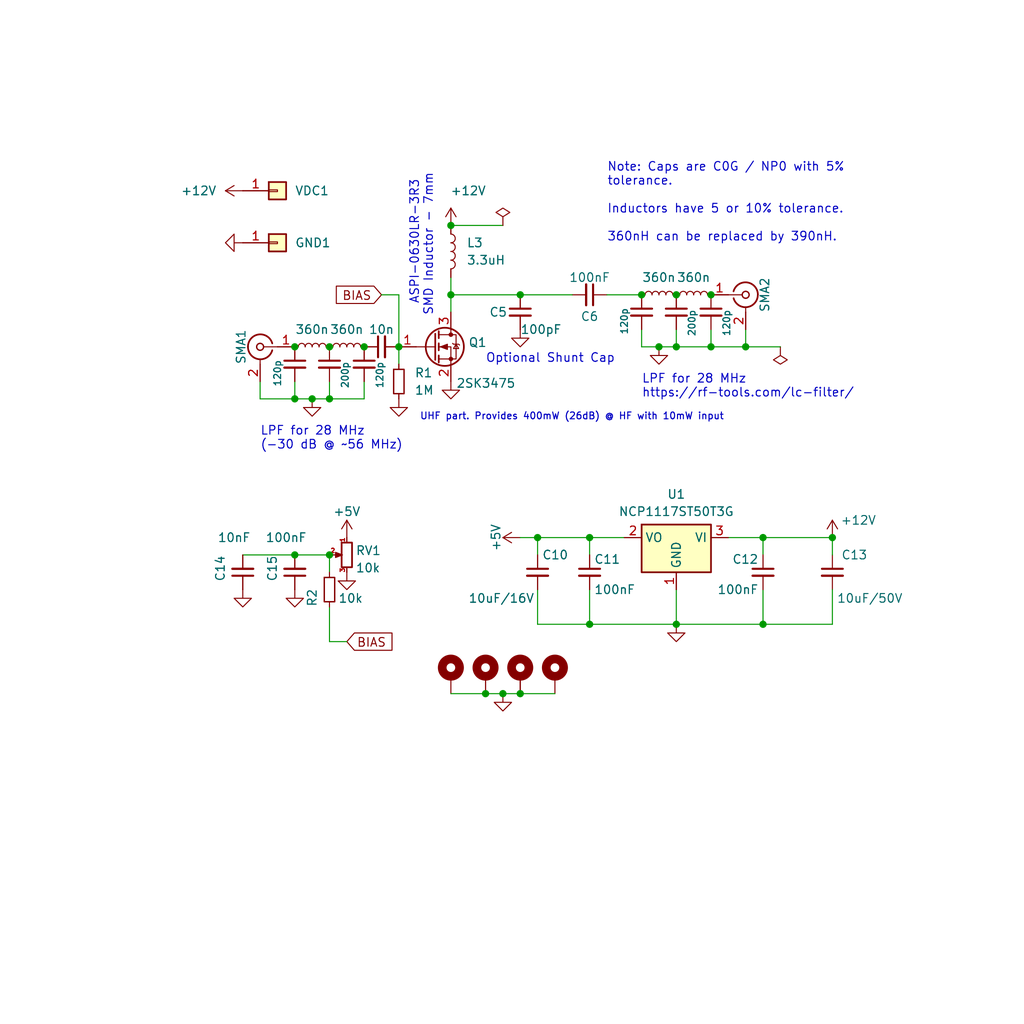
<source format=kicad_sch>
(kicad_sch (version 20230121) (generator eeschema)
  (paper "User" 150.012 150.012)
  (title_block (title "Clean 28 MHz amplified RF source") (date "2023-06-06") (company "Dhiru Kholia (VU3CER)"))
  (lib_symbols
    (symbol "Connector:Conn_Coaxial" (pin_names (offset 1.016) hide)
      (property "Reference" "J" (at 0.254 3.048 0))
      (property "Value" "Conn_Coaxial" (at 2.921 0 90))
      (symbol "Conn_Coaxial_0_1"
        (arc (start -1.778 -0.508) (mid 0.2311 -1.8066) (end 1.778 0) (stroke (width 0.254)))
        (polyline (pts (xy -2.54 0) (xy -0.508 0)))
        (polyline (pts (xy 0 -2.54) (xy 0 -1.778)))
        (circle (center 0 0) (radius 0.508) (stroke (width 0.2032)))
        (arc (start 1.778 0) (mid 0.2099 1.8101) (end -1.778 0.508) (stroke (width 0.254)))
      )
      (symbol "Conn_Coaxial_1_1"
        (pin passive line (at -5.08 0 0) (length 2.54) (name "In") (number "1"))
        (pin passive line (at 0 -5.08 90) (length 2.54) (name "Ext") (number "2"))
      )
    )
    (symbol "Connector_Generic:Conn_01x01" (pin_names (offset 1.016) hide)
      (property "Reference" "J" (at 0 2.54 0))
      (property "Value" "Conn_01x01" (at 0 -2.54 0))
      (symbol "Conn_01x01_1_1"
        (rectangle (start -1.27 0.127) (end 0 -0.127) (stroke (width 0.1524)))
        (rectangle (start -1.27 1.27) (end 1.27 -1.27) (stroke (width 0.254)) (fill (type background)))
        (pin passive line (at -5.08 0 0) (length 3.81) (name "Pin_1") (number "1"))
      )
    )
    (symbol "Device:C_Small" (pin_numbers hide) (pin_names (offset 0.254) hide)
      (property "Reference" "C" (at 0.254 1.778 0))
      (property "Value" "C_Small" (at 0.254 -2.032 0))
      (symbol "C_Small_0_1"
        (polyline (pts (xy -1.524 -0.508) (xy 1.524 -0.508)) (stroke (width 0.3302)))
        (polyline (pts (xy -1.524 0.508) (xy 1.524 0.508)) (stroke (width 0.3048)))
      )
      (symbol "C_Small_1_1"
        (pin passive line (at 0 2.54 270) (length 2.032) (name "~") (number "1"))
        (pin passive line (at 0 -2.54 90) (length 2.032) (name "~") (number "2"))
      )
    )
    (symbol "Device:L" (pin_numbers hide) (pin_names (offset 1.016) hide)
      (property "Reference" "L" (at -1.27 0 90))
      (property "Value" "L" (at 1.905 0 90))
      (symbol "L_0_1"
        (arc (start 0 -2.54) (mid 0.6323 -1.905) (end 0 -1.27))
        (arc (start 0 -1.27) (mid 0.6323 -0.635) (end 0 0))
        (arc (start 0 0) (mid 0.6323 0.635) (end 0 1.27))
        (arc (start 0 1.27) (mid 0.6323 1.905) (end 0 2.54))
      )
      (symbol "L_1_1"
        (pin passive line (at 0 3.81 270) (length 1.27) (name "1") (number "1"))
        (pin passive line (at 0 -3.81 90) (length 1.27) (name "2") (number "2"))
      )
    )
    (symbol "Device:L_Small" (pin_numbers hide) (pin_names (offset 0.254) hide)
      (property "Reference" "L" (at 0.762 1.016 0))
      (property "Value" "L_Small" (at 0.762 -1.016 0))
      (symbol "L_Small_0_1"
        (arc (start 0 -2.032) (mid 0.5058 -1.524) (end 0 -1.016))
        (arc (start 0 -1.016) (mid 0.5058 -0.508) (end 0 0))
        (arc (start 0 0) (mid 0.5058 0.508) (end 0 1.016))
        (arc (start 0 1.016) (mid 0.5058 1.524) (end 0 2.032))
      )
      (symbol "L_Small_1_1"
        (pin passive line (at 0 2.54 270) (length 0.508) (name "~") (number "1"))
        (pin passive line (at 0 -2.54 90) (length 0.508) (name "~") (number "2"))
      )
    )
    (symbol "Device:Q_NMOS_GSD" (pin_names (offset 0) hide)
      (property "Reference" "Q" (at 5.08 1.27 0))
      (property "Value" "Q_NMOS_GSD" (at 5.08 -1.27 0))
      (symbol "Q_NMOS_GSD_0_1"
        (polyline (pts (xy 0.254 0) (xy -2.54 0)))
        (polyline (pts (xy 0.254 1.905) (xy 0.254 -1.905)) (stroke (width 0.254)))
        (polyline (pts (xy 0.762 -1.27) (xy 0.762 -2.286)) (stroke (width 0.254)))
        (polyline (pts (xy 0.762 0.508) (xy 0.762 -0.508)) (stroke (width 0.254)))
        (polyline (pts (xy 0.762 2.286) (xy 0.762 1.27)) (stroke (width 0.254)))
        (polyline (pts (xy 2.54 2.54) (xy 2.54 1.778)))
        (polyline (pts (xy 2.54 -2.54) (xy 2.54 0) (xy 0.762 0)))
        (polyline (pts (xy 0.762 -1.778) (xy 3.302 -1.778) (xy 3.302 1.778) (xy 0.762 1.778)))
        (polyline (pts (xy 1.016 0) (xy 2.032 0.381) (xy 2.032 -0.381) (xy 1.016 0)) (fill (type outline)))
        (polyline (pts (xy 2.794 0.508) (xy 2.921 0.381) (xy 3.683 0.381) (xy 3.81 0.254)))
        (polyline (pts (xy 3.302 0.381) (xy 2.921 -0.254) (xy 3.683 -0.254) (xy 3.302 0.381)))
        (circle (center 1.651 0) (radius 2.794) (stroke (width 0.254)))
        (circle (center 2.54 -1.778) (radius 0.254) (fill (type outline)))
        (circle (center 2.54 1.778) (radius 0.254) (fill (type outline)))
      )
      (symbol "Q_NMOS_GSD_1_1"
        (pin input line (at -5.08 0 0) (length 2.54) (name "G") (number "1"))
        (pin passive line (at 2.54 -5.08 90) (length 2.54) (name "S") (number "2"))
        (pin passive line (at 2.54 5.08 270) (length 2.54) (name "D") (number "3"))
      )
    )
    (symbol "Device:R_Potentiometer_Small" (pin_names (offset 1.016) hide)
      (property "Reference" "RV" (at -4.445 0 90))
      (property "Value" "R_Potentiometer_Small" (at -2.54 0 90))
      (symbol "R_Potentiometer_Small_0_1"
        (polyline (pts (xy 0.889 0) (xy 0.635 0) (xy 1.651 0.381) (xy 1.651 -0.381) (xy 0.635 0) (xy 0.889 0)) (fill (type outline)))
        (rectangle (start 0.762 1.8034) (end -0.762 -1.8034) (stroke (width 0.254)))
      )
      (symbol "R_Potentiometer_Small_1_1"
        (pin passive line (at 0 2.54 270) (length 0.635) (name "1") (number "1"))
        (pin passive line (at 2.54 0 180) (length 0.9906) (name "2") (number "2"))
        (pin passive line (at 0 -2.54 90) (length 0.635) (name "3") (number "3"))
      )
    )
    (symbol "Device:R_Small" (pin_numbers hide) (pin_names (offset 0.254) hide)
      (property "Reference" "R" (at 0.762 0.508 0))
      (property "Value" "R_Small" (at 0.762 -1.016 0))
      (symbol "R_Small_0_1"
        (rectangle (start -0.762 1.778) (end 0.762 -1.778) (stroke (width 0.2032)))
      )
      (symbol "R_Small_1_1"
        (pin passive line (at 0 2.54 270) (length 0.762) (name "~") (number "1"))
        (pin passive line (at 0 -2.54 90) (length 0.762) (name "~") (number "2"))
      )
    )
    (symbol "Mechanical:MountingHole_Pad" (pin_numbers hide) (pin_names (offset 1.016) hide)
      (property "Reference" "H" (at 0 6.35 0))
      (property "Value" "MountingHole_Pad" (at 0 4.445 0))
      (symbol "MountingHole_Pad_0_1"
        (circle (center 0 1.27) (radius 1.27) (stroke (width 1.27)))
      )
      (symbol "MountingHole_Pad_1_1"
        (pin input line (at 0 -2.54 90) (length 2.54) (name "1") (number "1"))
      )
    )
    (symbol "Regulator_Linear:AMS1117-5.0"
      (property "Reference" "U" (at -3.81 3.175 0))
      (property "Value" "AMS1117-5.0" (at 0 3.175 0))
      (symbol "AMS1117-5.0_0_1"
        (rectangle (start -5.08 -5.08) (end 5.08 1.905) (stroke (width 0.254)) (fill (type background)))
      )
      (symbol "AMS1117-5.0_1_1"
        (pin power_in line (at 0 -7.62 90) (length 2.54) (name "GND") (number "1"))
        (pin power_out line (at 7.62 0 180) (length 2.54) (name "VO") (number "2"))
        (pin power_in line (at -7.62 0 0) (length 2.54) (name "VI") (number "3"))
      )
    )
    (symbol "power:+12V" (power) (pin_names (offset 0))
      (property "Value" "+12V" (at 0 3.556 0))
      (symbol "+12V_0_1"
        (polyline (pts (xy -0.762 1.27) (xy 0 2.54)))
        (polyline (pts (xy 0 0) (xy 0 2.54)))
        (polyline (pts (xy 0 2.54) (xy 0.762 1.27)))
      )
      (symbol "+12V_1_1"
        (pin power_in line (at 0 0 90) (length 0) hide (name "+12V") (number "1"))
      )
    )
    (symbol "power:+5V" (power) (pin_names (offset 0))
      (property "Value" "+5V" (at 0 3.556 0))
      (symbol "+5V_0_1"
        (polyline (pts (xy -0.762 1.27) (xy 0 2.54)))
        (polyline (pts (xy 0 0) (xy 0 2.54)))
        (polyline (pts (xy 0 2.54) (xy 0.762 1.27)))
      )
      (symbol "+5V_1_1"
        (pin power_in line (at 0 0 90) (length 0) hide (name "+5V") (number "1"))
      )
    )
    (symbol "power:GND" (power) (pin_names (offset 0))
      (property "Value" "GND" (at 0 -3.81 0))
      (symbol "GND_0_1"
        (polyline (pts (xy 0 0) (xy 0 -1.27) (xy 1.27 -1.27) (xy 0 -2.54) (xy -1.27 -1.27) (xy 0 -1.27)))
      )
      (symbol "GND_1_1"
        (pin power_in line (at 0 0 270) (length 0) hide (name "GND") (number "1"))
      )
    )
    (symbol "power:PWR_FLAG" (power) (pin_numbers hide) (pin_names (offset 0) hide)
      (property "Value" "PWR_FLAG" (at 0 3.81 0))
      (symbol "PWR_FLAG_0_0"
        (pin power_out line (at 0 0 90) (length 0) (name "pwr") (number "1"))
      )
      (symbol "PWR_FLAG_0_1"
        (polyline (pts (xy 0 0) (xy 0 1.27) (xy -1.016 1.905) (xy 0 2.54) (xy 1.016 1.905) (xy 0 1.27)))
      )
    )
  )
  (junction (at 104.14 50.8))
  (junction (at 99.06 43.18))
  (junction (at 76.2 43.18))
  (junction (at 45.72 58.42))
  (junction (at 96.52 50.8))
  (junction (at 48.26 81.28))
  (junction (at 93.98 43.18))
  (junction (at 78.74 78.74))
  (junction (at 109.22 50.8))
  (junction (at 121.92 78.74))
  (junction (at 76.2 101.6))
  (junction (at 43.18 81.28))
  (junction (at 43.18 58.42))
  (junction (at 48.26 50.8))
  (junction (at 73.66 101.6))
  (junction (at 43.18 50.8))
  (junction (at 58.42 50.8))
  (junction (at 48.26 58.42))
  (junction (at 71.12 101.6))
  (junction (at 99.06 91.44))
  (junction (at 111.76 78.74))
  (junction (at 66.04 33.02))
  (junction (at 53.34 50.8))
  (junction (at 66.04 43.18))
  (junction (at 99.06 50.8))
  (junction (at 104.14 43.18))
  (junction (at 111.76 91.44))
  (junction (at 86.36 91.44))
  (junction (at 86.36 78.74))
  (wire (pts (xy 111.76 78.74) (xy 121.92 78.74)))
  (wire (pts (xy 48.26 93.98) (xy 50.8 93.98)))
  (wire (pts (xy 43.18 55.88) (xy 43.18 58.42)))
  (wire (pts (xy 55.88 43.18) (xy 58.42 43.18)))
  (wire (pts (xy 78.74 81.28) (xy 78.74 78.74)))
  (wire (pts (xy 43.18 81.28) (xy 48.26 81.28)))
  (wire (pts (xy 93.98 50.8) (xy 96.52 50.8)))
  (wire (pts (xy 109.22 50.8) (xy 109.22 48.26)))
  (wire (pts (xy 99.06 91.44) (xy 111.76 91.44)))
  (wire (pts (xy 106.68 78.74) (xy 111.76 78.74)))
  (wire (pts (xy 66.04 40.64) (xy 66.04 43.18)))
  (wire (pts (xy 86.36 86.36) (xy 86.36 91.44)))
  (wire (pts (xy 71.12 101.6) (xy 73.66 101.6)))
  (wire (pts (xy 86.36 78.74) (xy 91.44 78.74)))
  (wire (pts (xy 104.14 50.8) (xy 109.22 50.8)))
  (wire (pts (xy 76.2 43.18) (xy 83.82 43.18)))
  (wire (pts (xy 35.56 81.28) (xy 43.18 81.28)))
  (wire (pts (xy 38.1 58.42) (xy 43.18 58.42)))
  (wire (pts (xy 111.76 86.36) (xy 111.76 91.44)))
  (wire (pts (xy 99.06 50.8) (xy 104.14 50.8)))
  (wire (pts (xy 66.04 43.18) (xy 66.04 45.72)))
  (wire (pts (xy 66.04 101.6) (xy 71.12 101.6)))
  (wire (pts (xy 99.06 48.26) (xy 99.06 50.8)))
  (wire (pts (xy 58.42 43.18) (xy 58.42 50.8)))
  (wire (pts (xy 96.52 50.8) (xy 99.06 50.8)))
  (wire (pts (xy 86.36 91.44) (xy 99.06 91.44)))
  (wire (pts (xy 109.22 50.8) (xy 114.3 50.8)))
  (wire (pts (xy 48.26 58.42) (xy 53.34 58.42)))
  (wire (pts (xy 93.98 48.26) (xy 93.98 50.8)))
  (wire (pts (xy 111.76 91.44) (xy 121.92 91.44)))
  (wire (pts (xy 86.36 78.74) (xy 86.36 81.28)))
  (wire (pts (xy 76.2 78.74) (xy 78.74 78.74)))
  (wire (pts (xy 121.92 86.36) (xy 121.92 91.44)))
  (wire (pts (xy 78.74 91.44) (xy 86.36 91.44)))
  (wire (pts (xy 88.9 43.18) (xy 93.98 43.18)))
  (wire (pts (xy 45.72 58.42) (xy 48.26 58.42)))
  (wire (pts (xy 48.26 88.9) (xy 48.26 93.98)))
  (wire (pts (xy 76.2 101.6) (xy 81.28 101.6)))
  (wire (pts (xy 78.74 86.36) (xy 78.74 91.44)))
  (wire (pts (xy 66.04 43.18) (xy 76.2 43.18)))
  (wire (pts (xy 78.74 78.74) (xy 86.36 78.74)))
  (wire (pts (xy 111.76 78.74) (xy 111.76 81.28)))
  (wire (pts (xy 104.14 48.26) (xy 104.14 50.8)))
  (wire (pts (xy 48.26 81.28) (xy 48.26 83.82)))
  (wire (pts (xy 38.1 55.88) (xy 38.1 58.42)))
  (wire (pts (xy 53.34 55.88) (xy 53.34 58.42)))
  (wire (pts (xy 48.26 55.88) (xy 48.26 58.42)))
  (wire (pts (xy 121.92 81.28) (xy 121.92 78.74)))
  (wire (pts (xy 73.66 101.6) (xy 76.2 101.6)))
  (wire (pts (xy 43.18 58.42) (xy 45.72 58.42)))
  (wire (pts (xy 66.04 33.02) (xy 73.66 33.02)))
  (wire (pts (xy 99.06 86.36) (xy 99.06 91.44)))
  (wire (pts (xy 58.42 50.8) (xy 58.42 53.34)))
  (text "Note: Caps are C0G / NP0 with 5% \ntolerance.\n\nInductors have 5 or 10% tolerance.\n\n360nH can be replaced by 390nH." (at 88.9 35.56 0) (effects (font (size 1.27 1.27)) (justify left bottom)))
  (text "LPF for 28 MHz \n(-30 dB @ ~56 MHz)" (at 38.1 66.04 0) (effects (font (size 1.27 1.27)) (justify left bottom)))
  (text "LPF for 28 MHz\nhttps://rf-tools.com/lc-filter/" (at 93.98 58.42 0) (effects (font (size 1.27 1.27)) (justify left bottom)))
  (text "ASPI-0630LR-3R3 \nSMD Inductor - 7mm" (at 63.5 25.4 90) (effects (font (size 1.27 1.27)) (justify right bottom)))
  (text "UHF part. Provides 400mW (26dB) @ HF with 10mW input\n" (at 61.468 61.722 0) (effects (font (size 1 1)) (justify left bottom)))
  (text "Optional Shunt Cap" (at 71.12 53.34 0) (effects (font (size 1.27 1.27)) (justify left bottom)))
  (global_label "BIAS" (shape input) (at 55.88 43.18 180) (property "Intersheetrefs" "${INTERSHEET_REFS}" (effects hide)))
  (global_label "BIAS" (shape input) (at 50.8 93.98 0) (property "Intersheetrefs" "${INTERSHEET_REFS}" (effects hide)))
  (symbol (lib_id "power:GND") (at 35.56 35.56 270) (unit 1)
    (property "Reference" "#PWR07" (effects hide))
    (property "Value" "GND" (effects hide))
  )
  (symbol (lib_id "Mechanical:MountingHole_Pad") (at 71.12 99.06 0) (unit 1)
    (property "Reference" "H2" (effects hide))
    (property "Value" "MountingHole_Pad" (effects hide))
    (property "Footprint" "MountingHole:MountingHole_2.2mm_M2_Pad_Via" (effects hide))
  )
  (symbol (lib_id "power:GND") (at 43.18 86.36 0) (unit 1)
    (property "Reference" "#PWR013" (effects hide))
    (property "Value" "GND" (effects hide))
  )
  (symbol (lib_id "power:+12V") (at 121.92 78.74 0) (unit 1)
    (property "Reference" "#PWR010" (effects hide))
    (property "Value" "+12V" (at 125.73 76.2 0))
  )
  (symbol (lib_id "power:GND") (at 76.2 48.26 0) (unit 1)
    (property "Reference" "#PWR03" (effects hide))
    (property "Value" "GND" (effects hide))
  )
  (symbol (lib_id "Connector:Conn_Coaxial") (at 38.1 50.8 0) (mirror y) (unit 1)
    (property "Reference" "SMA1" (at 35.306 50.8 90))
    (property "Value" "SMA" (effects hide))
    (property "Footprint" "footprints:SMA_EDGELAUNCH_Modded" (effects hide))
    (property "Datasheet" " ~" (effects hide))
  )
  (symbol (lib_id "Device:C_Small") (at 93.98 45.72 0) (unit 1)
    (property "Reference" "C7" (effects hide))
    (property "Value" "120p" (at 91.44 49.022 90) (effects (font (size 1 1)) (justify left)))
    (property "Footprint" "Capacitor_SMD:C_0805_2012Metric_Pad1.18x1.45mm_HandSolder" (effects hide))
  )
  (symbol (lib_id "power:PWR_FLAG") (at 114.3 50.8 180) (unit 1)
    (property "Reference" "#FLG02" (effects hide))
    (property "Value" "PWR_FLAG" (effects hide))
  )
  (symbol (lib_id "power:GND") (at 45.72 58.42 0) (mirror y) (unit 1)
    (property "Reference" "#PWR011" (effects hide))
    (property "Value" "GND" (effects hide))
  )
  (symbol (lib_id "power:GND") (at 99.06 91.44 0) (unit 1)
    (property "Reference" "#PWR09" (effects hide))
    (property "Value" "GND" (effects hide))
  )
  (symbol (lib_id "Mechanical:MountingHole_Pad") (at 81.28 99.06 0) (unit 1)
    (property "Reference" "H4" (effects hide))
    (property "Value" "MountingHole_Pad" (effects hide))
    (property "Footprint" "MountingHole:MountingHole_2.2mm_M2_Pad_Via" (effects hide))
  )
  (symbol (lib_id "Device:C_Small") (at 43.18 53.34 0) (unit 1)
    (property "Reference" "C1" (effects hide))
    (property "Value" "120p" (at 40.64 56.642 90) (effects (font (size 1 1)) (justify left)))
    (property "Footprint" "Capacitor_SMD:C_0805_2012Metric_Pad1.18x1.45mm_HandSolder" (effects hide))
  )
  (symbol (lib_id "power:+12V") (at 66.04 33.02 0) (unit 1)
    (property "Reference" "#PWR05" (effects hide))
    (property "Value" "+12V" (at 68.58 27.94 0))
  )
  (symbol (lib_id "Device:C_Small") (at 43.18 83.82 180) (unit 1)
    (property "Reference" "C15" (at 39.878 83.2612 90))
    (property "Value" "100nF" (at 41.91 78.74 0))
    (property "Footprint" "Capacitor_SMD:C_1206_3216Metric_Pad1.33x1.80mm_HandSolder" (effects hide))
    (property "Sim.Device" "SPICE" (effects hide))
    (property "Sim.Params" "type=\"\" model=\"100n\" lib=\"\"" (effects hide))
    (property "Sim.Pins" "1=1 2=2" (effects hide))
  )
  (symbol (lib_id "Device:C_Small") (at 99.06 45.72 0) (unit 1)
    (property "Reference" "C8" (effects hide))
    (property "Value" "200p" (at 101.346 49.276 90) (effects (font (size 1 1)) (justify left)))
    (property "Footprint" "Capacitor_SMD:C_0805_2012Metric_Pad1.18x1.45mm_HandSolder" (effects hide))
  )
  (symbol (lib_id "Device:C_Small") (at 76.2 45.72 0) (unit 1)
    (property "Reference" "C5" (at 71.628 45.72 0) (effects (justify left)))
    (property "Value" "100pF" (at 76.2 48.26 0) (effects (justify left)))
    (property "Footprint" "Capacitor_SMD:C_1206_3216Metric_Pad1.33x1.80mm_HandSolder" (effects hide))
    (property "Sim.Device" "SPICE" (effects hide))
    (property "Sim.Params" "type=\"\" model=\"100n\" lib=\"\"" (effects hide))
    (property "Sim.Pins" "1=1 2=2" (effects hide))
  )
  (symbol (lib_id "Mechanical:MountingHole_Pad") (at 66.04 99.06 0) (unit 1)
    (property "Reference" "H1" (effects hide))
    (property "Value" "MountingHole_Pad" (effects hide))
    (property "Footprint" "MountingHole:MountingHole_2.2mm_M2_Pad_Via" (effects hide))
  )
  (symbol (lib_id "Device:L_Small") (at 101.6 43.18 90) (unit 1)
    (property "Reference" "L5" (effects hide))
    (property "Value" "360n" (at 101.6 40.64 90))
    (property "Footprint" "Inductor_SMD:L_1008_2520Metric_Pad1.43x2.20mm_HandSolder" (effects hide))
  )
  (symbol (lib_id "Device:C_Small") (at 86.36 43.18 270) (unit 1)
    (property "Reference" "C6" (at 86.36 46.355 90))
    (property "Value" "100nF" (at 86.36 40.64 90))
    (property "Footprint" "Capacitor_SMD:C_1206_3216Metric_Pad1.33x1.80mm_HandSolder" (effects hide))
    (property "Sim.Device" "SPICE" (effects hide))
    (property "Sim.Params" "type=\"\" model=\"100n\" lib=\"\"" (effects hide))
    (property "Sim.Pins" "1=1 2=2" (effects hide))
  )
  (symbol (lib_id "Device:Q_NMOS_GSD") (at 63.5 50.8 0) (unit 1)
    (property "Reference" "Q1" (at 68.58 50.165 0) (effects (justify left)))
    (property "Value" "2SK3475" (at 66.802 56.134 0) (effects (justify left)))
    (property "Footprint" "Package_TO_SOT_SMD:SOT-89-3_Handsoldering" (effects hide))
  )
  (symbol (lib_id "Device:L_Small") (at 45.72 50.8 90) (unit 1)
    (property "Reference" "L1" (effects hide))
    (property "Value" "360n" (at 45.72 48.26 90))
    (property "Footprint" "Inductor_SMD:L_1008_2520Metric_Pad1.43x2.20mm_HandSolder" (effects hide))
  )
  (symbol (lib_id "Device:R_Small") (at 58.42 55.88 0) (unit 1)
    (property "Reference" "R1" (at 60.706 54.61 0) (effects (justify left)))
    (property "Value" "1M" (at 60.706 57.15 0) (effects (justify left)))
    (property "Footprint" "Resistor_SMD:R_1206_3216Metric_Pad1.30x1.75mm_HandSolder" (effects hide))
  )
  (symbol (lib_id "Device:L") (at 66.04 36.83 0) (unit 1)
    (property "Reference" "L3" (at 68.326 35.56 0) (effects (justify left)))
    (property "Value" "3.3uH" (at 68.326 38.1 0) (effects (justify left)))
    (property "Footprint" "Inductor_SMD:L_7.3x7.3_H3.5" (effects hide))
  )
  (symbol (lib_id "Connector:Conn_Coaxial") (at 109.22 43.18 0) (unit 1)
    (property "Reference" "SMA2" (at 112.014 43.18 90))
    (property "Value" "SMA" (effects hide))
    (property "Footprint" "footprints:SMA_EDGELAUNCH_Modded" (effects hide))
    (property "Datasheet" " ~" (effects hide))
  )
  (symbol (lib_id "Device:C_Small") (at 104.14 45.72 0) (unit 1)
    (property "Reference" "C9" (effects hide))
    (property "Value" "120p" (at 106.426 49.276 90) (effects (font (size 1 1)) (justify left)))
    (property "Footprint" "Capacitor_SMD:C_0805_2012Metric_Pad1.18x1.45mm_HandSolder" (effects hide))
  )
  (symbol (lib_id "Device:C_Small") (at 86.36 83.82 0) (unit 1)
    (property "Reference" "C11" (at 86.995 81.915 0) (effects (justify left)))
    (property "Value" "100nF" (at 86.995 86.36 0) (effects (justify left)))
    (property "Footprint" "Capacitor_SMD:C_0805_2012Metric_Pad1.18x1.45mm_HandSolder" (effects hide))
    (property "Sim.Device" "SPICE" (effects hide))
    (property "Sim.Params" "type=\"\" model=\"100n\" lib=\"\"" (effects hide))
    (property "Sim.Pins" "1=1 2=2" (effects hide))
  )
  (symbol (lib_id "power:+5V") (at 50.8 78.74 0) (unit 1)
    (property "Reference" "#PWR014" (effects hide))
    (property "Value" "+5V" (at 50.8 74.93 0))
  )
  (symbol (lib_id "Regulator_Linear:AMS1117-5.0") (at 99.06 78.74 0) (mirror y) (unit 1)
    (property "Reference" "U1" (at 99.06 72.39 0))
    (property "Value" "NCP1117ST50T3G" (at 99.06 74.93 0))
    (property "Footprint" "Package_TO_SOT_SMD:SOT-223-3_TabPin2" (effects hide))
    (property "Datasheet" "http://www.advanced-monolithic.com/pdf/ds1117.pdf" (effects hide))
  )
  (symbol (lib_id "Mechanical:MountingHole_Pad") (at 76.2 99.06 0) (unit 1)
    (property "Reference" "H3" (effects hide))
    (property "Value" "MountingHole_Pad" (effects hide))
    (property "Footprint" "MountingHole:MountingHole_2.2mm_M2_Pad_Via" (effects hide))
  )
  (symbol (lib_id "power:+12V") (at 35.56 27.94 90) (unit 1)
    (property "Reference" "#PWR06" (effects hide))
    (property "Value" "+12V" (at 31.75 27.94 90) (effects (justify left)))
  )
  (symbol (lib_id "Device:C_Small") (at 35.56 83.82 180) (unit 1)
    (property "Reference" "C14" (at 32.258 83.2612 90))
    (property "Value" "10nF" (at 34.29 78.74 0))
    (property "Footprint" "Capacitor_SMD:C_1206_3216Metric_Pad1.33x1.80mm_HandSolder" (effects hide))
    (property "Sim.Device" "SPICE" (effects hide))
    (property "Sim.Params" "type=\"\" model=\"100n\" lib=\"\"" (effects hide))
    (property "Sim.Pins" "1=1 2=2" (effects hide))
  )
  (symbol (lib_id "power:+5V") (at 76.2 78.74 90) (unit 1)
    (property "Reference" "#PWR08" (effects hide))
    (property "Value" "+5V" (at 72.644 78.74 0))
  )
  (symbol (lib_id "Device:L_Small") (at 96.52 43.18 90) (unit 1)
    (property "Reference" "L4" (effects hide))
    (property "Value" "360n" (at 96.52 40.64 90))
    (property "Footprint" "Inductor_SMD:L_1008_2520Metric_Pad1.43x2.20mm_HandSolder" (effects hide))
  )
  (symbol (lib_id "power:PWR_FLAG") (at 73.66 33.02 0) (unit 1)
    (property "Reference" "#FLG01" (effects hide))
    (property "Value" "PWR_FLAG" (effects hide))
  )
  (symbol (lib_id "power:GND") (at 50.8 83.82 0) (unit 1)
    (property "Reference" "#PWR015" (effects hide))
    (property "Value" "GND" (effects hide))
  )
  (symbol (lib_id "Device:R_Potentiometer_Small") (at 50.8 81.28 0) (mirror y) (unit 1)
    (property "Reference" "RV1" (at 52.07 80.645 0) (effects (justify right)))
    (property "Value" "10k" (at 52.07 83.185 0) (effects (justify right)))
    (property "Footprint" "Potentiometer_THT:Potentiometer_Runtron_RM-065_Vertical" (effects hide))
  )
  (symbol (lib_id "power:GND") (at 35.56 86.36 0) (unit 1)
    (property "Reference" "#PWR012" (effects hide))
    (property "Value" "GND" (effects hide))
  )
  (symbol (lib_id "Device:C_Small") (at 111.76 83.82 0) (mirror y) (unit 1)
    (property "Reference" "C12" (at 111.125 81.915 0) (effects (justify left)))
    (property "Value" "100nF" (at 111.125 86.36 0) (effects (justify left)))
    (property "Footprint" "Capacitor_SMD:C_1206_3216Metric_Pad1.33x1.80mm_HandSolder" (effects hide))
    (property "Sim.Device" "SPICE" (effects hide))
    (property "Sim.Params" "type=\"\" model=\"100n\" lib=\"\"" (effects hide))
    (property "Sim.Pins" "1=1 2=2" (effects hide))
  )
  (symbol (lib_id "Device:C_Small") (at 78.74 83.82 0) (unit 1)
    (property "Reference" "C10" (at 79.375 81.28 0) (effects (justify left)))
    (property "Value" "10uF/16V" (at 68.58 87.63 0) (effects (justify left)))
    (property "Footprint" "Capacitor_SMD:C_1206_3216Metric_Pad1.33x1.80mm_HandSolder" (effects hide))
  )
  (symbol (lib_id "Device:C_Small") (at 53.34 53.34 0) (unit 1)
    (property "Reference" "C3" (effects hide))
    (property "Value" "120p" (at 55.626 56.896 90) (effects (font (size 1 1)) (justify left)))
    (property "Footprint" "Capacitor_SMD:C_0805_2012Metric_Pad1.18x1.45mm_HandSolder" (effects hide))
  )
  (symbol (lib_id "power:GND") (at 96.52 50.8 0) (mirror y) (unit 1)
    (property "Reference" "#PWR04" (effects hide))
    (property "Value" "GND" (effects hide))
  )
  (symbol (lib_id "Device:C_Small") (at 48.26 53.34 0) (unit 1)
    (property "Reference" "C2" (effects hide))
    (property "Value" "200p" (at 50.546 56.896 90) (effects (font (size 1 1)) (justify left)))
    (property "Footprint" "Capacitor_SMD:C_0805_2012Metric_Pad1.18x1.45mm_HandSolder" (effects hide))
  )
  (symbol (lib_id "power:GND") (at 66.04 55.88 0) (unit 1)
    (property "Reference" "#PWR02" (effects hide))
    (property "Value" "GND" (effects hide))
  )
  (symbol (lib_id "Connector_Generic:Conn_01x01") (at 40.64 27.94 0) (unit 1)
    (property "Reference" "VDC1" (at 43.18 27.94 0) (effects (justify left)))
    (property "Value" "Conn_01x01" (effects hide))
    (property "Footprint" "TestPoint:TestPoint_Pad_2.5x2.5mm" (effects hide))
  )
  (symbol (lib_id "Device:C_Small") (at 121.92 83.82 0) (unit 1)
    (property "Reference" "C13" (at 123.19 81.28 0) (effects (justify left)))
    (property "Value" "10uF/50V" (at 122.555 87.63 0) (effects (justify left)))
    (property "Footprint" "Capacitor_SMD:C_1206_3216Metric_Pad1.33x1.80mm_HandSolder" (effects hide))
  )
  (symbol (lib_id "Device:L_Small") (at 50.8 50.8 90) (unit 1)
    (property "Reference" "L2" (effects hide))
    (property "Value" "360n" (at 50.8 48.26 90))
    (property "Footprint" "Inductor_SMD:L_1008_2520Metric_Pad1.43x2.20mm_HandSolder" (effects hide))
  )
  (symbol (lib_id "power:GND") (at 73.66 101.6 0) (unit 1)
    (property "Reference" "#PWR016" (effects hide))
    (property "Value" "GND" (effects hide))
  )
  (symbol (lib_id "Connector_Generic:Conn_01x01") (at 40.64 35.56 0) (unit 1)
    (property "Reference" "GND1" (at 43.18 35.56 0) (effects (justify left)))
    (property "Value" "Conn_01x01" (effects hide))
    (property "Footprint" "TestPoint:TestPoint_Pad_2.5x2.5mm" (effects hide))
  )
  (symbol (lib_id "Device:R_Small") (at 48.26 86.36 0) (unit 1)
    (property "Reference" "R2" (at 45.72 88.9 90) (effects (justify left)))
    (property "Value" "10k" (at 49.53 87.63 0) (effects (justify left)))
    (property "Footprint" "Resistor_SMD:R_1206_3216Metric_Pad1.30x1.75mm_HandSolder" (effects hide))
  )
  (symbol (lib_id "power:GND") (at 58.42 58.42 0) (unit 1)
    (property "Reference" "#PWR01" (effects hide))
    (property "Value" "GND" (effects hide))
  )
  (symbol (lib_id "Device:C_Small") (at 55.88 50.8 90) (unit 1)
    (property "Reference" "C4" (effects hide))
    (property "Value" "10n" (at 55.88 48.26 90))
    (property "Footprint" "Capacitor_SMD:C_1206_3216Metric_Pad1.33x1.80mm_HandSolder" (effects hide))
  )
)
</source>
